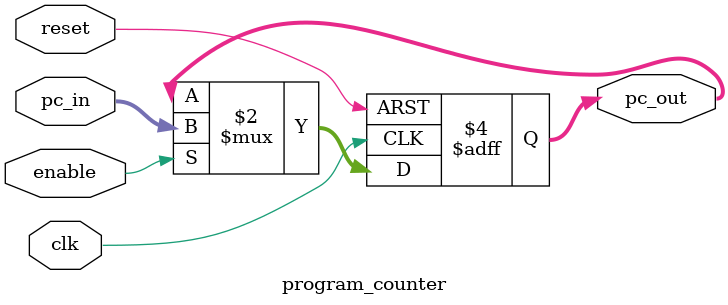
<source format=v>
module program_counter (
    input clk,
    input reset,
    input [31:0] pc_in,
    input enable,
    output reg [31:0] pc_out
);

always @(posedge clk or posedge reset) begin
    if (reset)
        pc_out <= 32'b0;
    else if (enable)
        pc_out <= pc_in;
end

endmodule

</source>
